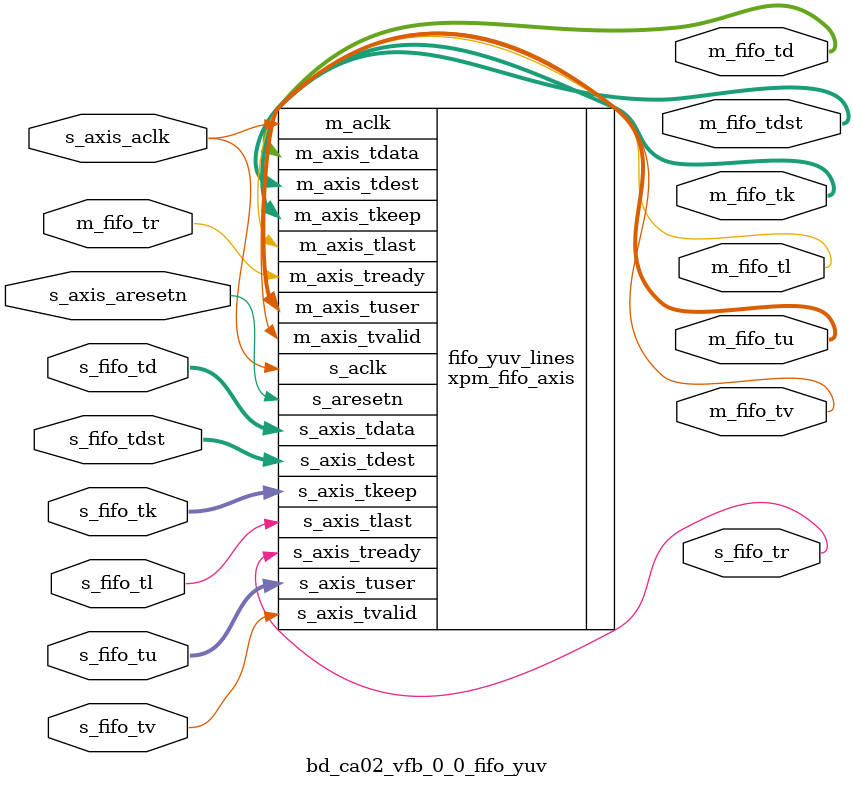
<source format=v>
`timescale 1ps/1ps
module bd_ca02_vfb_0_0_fifo_yuv (
  input            s_axis_aclk    ,

  input         s_axis_aresetn ,
  output    s_fifo_tr      ,
  input     s_fifo_tv      ,
  input      [64-1:0]  s_fifo_td      ,
  input      [96-1:0]  s_fifo_tu      ,
  input      [4-1:0] s_fifo_tdst      ,
  input      [8-1:0] s_fifo_tk      ,
  input      s_fifo_tl      ,
  input     m_fifo_tr      ,
  output     m_fifo_tv      ,
  output   [64-1:0]   m_fifo_td      ,
  output   [4-1:0] m_fifo_tdst ,
  output   [96-1:0]  m_fifo_tu      ,
  output    [8-1:0] m_fifo_tk      ,
  output      m_fifo_tl      
);

xpm_fifo_axis#(
      .CLOCKING_MODE("common_clock"), // String
      .ECC_MODE("no_ecc"),            // String
      .FIFO_DEPTH(16),              // DECIMAL
      .FIFO_MEMORY_TYPE("distributed"),      // String
      .PACKET_FIFO("false"),          // String
      .PROG_EMPTY_THRESH(10),         // DECIMAL
      .PROG_FULL_THRESH(123),          // DECIMAL
      .RD_DATA_COUNT_WIDTH(1),        // DECIMAL
      .RELATED_CLOCKS(0),             // DECIMAL
      .SIM_ASSERT_CHK(0),             // DECIMAL; 0=disable simulation messages, 1=enable simulation messages
      .TDATA_WIDTH(64),               // DECIMAL
      .TDEST_WIDTH(4),                // DECIMAL
      .TUSER_WIDTH(96),                // DECIMAL
      .USE_ADV_FEATURES("1000"),      // String
      .WR_DATA_COUNT_WIDTH(1)         // DECIMAL
 ) fifo_yuv_lines(
  .s_aresetn         (s_axis_aresetn ),
  .m_aclk            (s_axis_aclk    ),
  .s_aclk            (s_axis_aclk    ),
  .s_axis_tready     (s_fifo_tr      ),
  .s_axis_tvalid     (s_fifo_tv      ),
  .s_axis_tdata      (s_fifo_td      ),
  .s_axis_tuser      (s_fifo_tu      ),
  .s_axis_tdest      (s_fifo_tdst      ),
  .s_axis_tkeep      (s_fifo_tk      ),
  .s_axis_tlast      (s_fifo_tl      ),
  .m_axis_tready     (m_fifo_tr      ),
  .m_axis_tvalid     (m_fifo_tv      ),
  .m_axis_tdata      (m_fifo_td      ),
  .m_axis_tdest      (m_fifo_tdst     ),
  .m_axis_tuser      (m_fifo_tu      ),
  .m_axis_tkeep      (m_fifo_tk      ),
  .m_axis_tlast      (m_fifo_tl      )
);
endmodule

</source>
